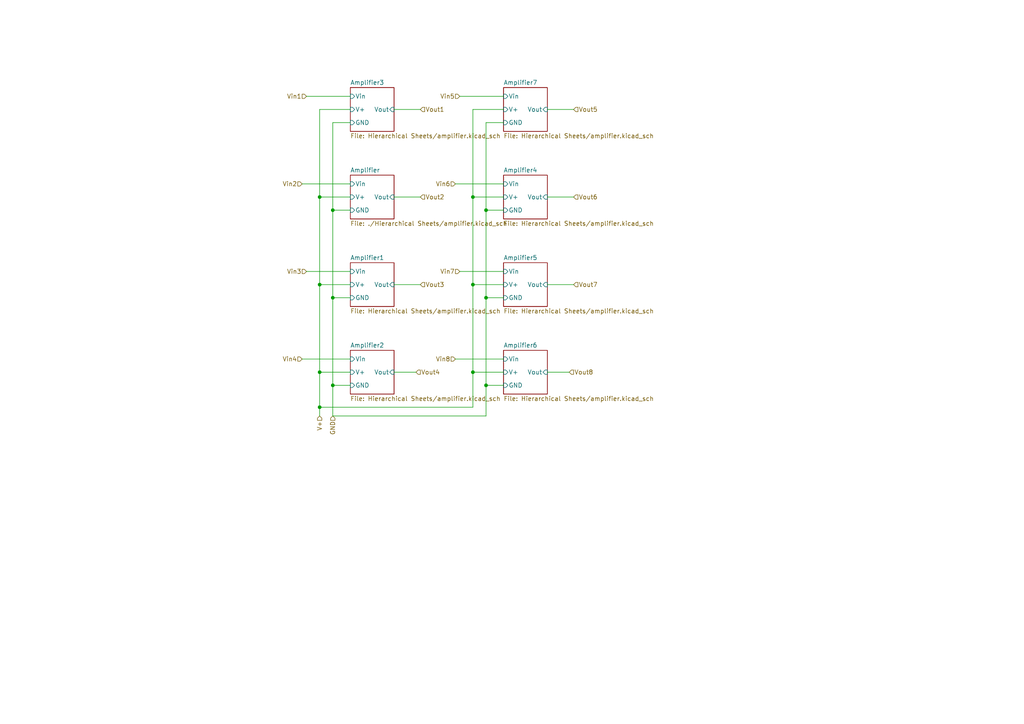
<source format=kicad_sch>
(kicad_sch
	(version 20250114)
	(generator "eeschema")
	(generator_version "9.0")
	(uuid "e48cab61-350f-4d94-9c6d-54fccaf9d27b")
	(paper "A4")
	(lib_symbols)
	(junction
		(at 137.16 107.95)
		(diameter 0)
		(color 0 0 0 0)
		(uuid "1d677c9d-0072-4aba-a3a4-9969cd731220")
	)
	(junction
		(at 96.52 86.36)
		(diameter 0)
		(color 0 0 0 0)
		(uuid "288a07b4-d0c5-4561-b747-e0915a0bc495")
	)
	(junction
		(at 92.71 107.95)
		(diameter 0)
		(color 0 0 0 0)
		(uuid "2d5dc819-b8bb-4f6f-91ae-4ef09606698b")
	)
	(junction
		(at 92.71 118.11)
		(diameter 0)
		(color 0 0 0 0)
		(uuid "3173f16a-f60a-40f0-8448-f4ad4589d8dd")
	)
	(junction
		(at 140.97 60.96)
		(diameter 0)
		(color 0 0 0 0)
		(uuid "5c440df6-c97c-4305-89e9-061395487ef9")
	)
	(junction
		(at 92.71 82.55)
		(diameter 0)
		(color 0 0 0 0)
		(uuid "5cdbec31-7bc6-4501-8a80-f6f7be15d104")
	)
	(junction
		(at 140.97 111.76)
		(diameter 0)
		(color 0 0 0 0)
		(uuid "609d1608-01e5-4ef5-a21a-b71af257352c")
	)
	(junction
		(at 92.71 57.15)
		(diameter 0)
		(color 0 0 0 0)
		(uuid "65ce9a34-765a-48c4-bff2-27bff1ce897c")
	)
	(junction
		(at 140.97 86.36)
		(diameter 0)
		(color 0 0 0 0)
		(uuid "74974c0c-3581-499b-9458-35dda00da609")
	)
	(junction
		(at 96.52 111.76)
		(diameter 0)
		(color 0 0 0 0)
		(uuid "937020f3-35b4-4112-83d4-63ce4df91577")
	)
	(junction
		(at 137.16 82.55)
		(diameter 0)
		(color 0 0 0 0)
		(uuid "bab3fc60-6c4d-4b60-a38b-8ddcc31d0db8")
	)
	(junction
		(at 96.52 60.96)
		(diameter 0)
		(color 0 0 0 0)
		(uuid "c02fe51c-1b55-457d-860d-b4aff7614799")
	)
	(junction
		(at 137.16 57.15)
		(diameter 0)
		(color 0 0 0 0)
		(uuid "f6b14d03-6a2a-4d73-8f44-3ec6e3c25af7")
	)
	(wire
		(pts
			(xy 140.97 86.36) (xy 140.97 111.76)
		)
		(stroke
			(width 0)
			(type default)
		)
		(uuid "00d67e43-1cb4-41fb-96b5-21ce476a8112")
	)
	(wire
		(pts
			(xy 137.16 82.55) (xy 137.16 107.95)
		)
		(stroke
			(width 0)
			(type default)
		)
		(uuid "0942c131-8f3e-4587-990b-8d1da4e52e56")
	)
	(wire
		(pts
			(xy 96.52 86.36) (xy 96.52 111.76)
		)
		(stroke
			(width 0)
			(type default)
		)
		(uuid "12668ff4-5f19-4e86-87bc-ad827c07605c")
	)
	(wire
		(pts
			(xy 132.08 53.34) (xy 146.05 53.34)
		)
		(stroke
			(width 0)
			(type default)
		)
		(uuid "1afccc8d-d9ed-4357-a853-d57f009411e6")
	)
	(wire
		(pts
			(xy 146.05 82.55) (xy 137.16 82.55)
		)
		(stroke
			(width 0)
			(type default)
		)
		(uuid "1bbb17da-115d-4717-adc2-655905c5d10d")
	)
	(wire
		(pts
			(xy 146.05 31.75) (xy 137.16 31.75)
		)
		(stroke
			(width 0)
			(type default)
		)
		(uuid "1e3e3d47-bf99-4e5c-93ad-db815e6fcc85")
	)
	(wire
		(pts
			(xy 101.6 86.36) (xy 96.52 86.36)
		)
		(stroke
			(width 0)
			(type default)
		)
		(uuid "207002af-ea55-4df2-a7fa-161c575c60d1")
	)
	(wire
		(pts
			(xy 133.35 78.74) (xy 146.05 78.74)
		)
		(stroke
			(width 0)
			(type default)
		)
		(uuid "25aa8f2c-35ef-4562-b178-737c106f51c6")
	)
	(wire
		(pts
			(xy 137.16 107.95) (xy 137.16 118.11)
		)
		(stroke
			(width 0)
			(type default)
		)
		(uuid "29fa1acd-1aac-43dd-a42d-05e88574104c")
	)
	(wire
		(pts
			(xy 96.52 111.76) (xy 96.52 120.65)
		)
		(stroke
			(width 0)
			(type default)
		)
		(uuid "347f8078-5001-4a6b-ae0a-631ed89bd3ac")
	)
	(wire
		(pts
			(xy 96.52 120.65) (xy 140.97 120.65)
		)
		(stroke
			(width 0)
			(type default)
		)
		(uuid "39be6c21-9363-4376-abe5-f2d52130154d")
	)
	(wire
		(pts
			(xy 137.16 57.15) (xy 137.16 82.55)
		)
		(stroke
			(width 0)
			(type default)
		)
		(uuid "491f20f8-c712-4ced-81f0-decfbc9d4473")
	)
	(wire
		(pts
			(xy 96.52 35.56) (xy 96.52 60.96)
		)
		(stroke
			(width 0)
			(type default)
		)
		(uuid "4c647ac3-fbc8-48fb-8cc2-61093b5d9b78")
	)
	(wire
		(pts
			(xy 92.71 31.75) (xy 92.71 57.15)
		)
		(stroke
			(width 0)
			(type default)
		)
		(uuid "583114f4-18e3-427b-b24e-806737df977c")
	)
	(wire
		(pts
			(xy 137.16 107.95) (xy 146.05 107.95)
		)
		(stroke
			(width 0)
			(type default)
		)
		(uuid "607ae7db-a610-45b8-a92e-6f04d4a6bf8b")
	)
	(wire
		(pts
			(xy 92.71 118.11) (xy 92.71 120.65)
		)
		(stroke
			(width 0)
			(type default)
		)
		(uuid "6274c498-7086-42f3-af19-2c7e331e47f9")
	)
	(wire
		(pts
			(xy 114.3 57.15) (xy 121.92 57.15)
		)
		(stroke
			(width 0)
			(type default)
		)
		(uuid "636c1df2-6047-450b-8581-9e30b2134367")
	)
	(wire
		(pts
			(xy 101.6 31.75) (xy 92.71 31.75)
		)
		(stroke
			(width 0)
			(type default)
		)
		(uuid "67ec77e3-bda3-4180-af0c-1b51a6ccda1d")
	)
	(wire
		(pts
			(xy 146.05 57.15) (xy 137.16 57.15)
		)
		(stroke
			(width 0)
			(type default)
		)
		(uuid "68500631-4190-4f5a-979c-b3435b411aac")
	)
	(wire
		(pts
			(xy 158.75 57.15) (xy 166.37 57.15)
		)
		(stroke
			(width 0)
			(type default)
		)
		(uuid "6cd876a8-c64f-4501-b046-fbaa42c22ae6")
	)
	(wire
		(pts
			(xy 140.97 60.96) (xy 140.97 86.36)
		)
		(stroke
			(width 0)
			(type default)
		)
		(uuid "6fc23290-4672-4d0c-b202-faa107771e05")
	)
	(wire
		(pts
			(xy 96.52 60.96) (xy 96.52 86.36)
		)
		(stroke
			(width 0)
			(type default)
		)
		(uuid "717e62de-5558-4e8c-af21-08d1b6bf5e36")
	)
	(wire
		(pts
			(xy 132.08 104.14) (xy 146.05 104.14)
		)
		(stroke
			(width 0)
			(type default)
		)
		(uuid "7364ec26-56b7-4e76-86b7-42ae89979184")
	)
	(wire
		(pts
			(xy 87.63 53.34) (xy 101.6 53.34)
		)
		(stroke
			(width 0)
			(type default)
		)
		(uuid "73a7ffd1-91e4-4eee-be54-71cf758274c3")
	)
	(wire
		(pts
			(xy 92.71 107.95) (xy 92.71 118.11)
		)
		(stroke
			(width 0)
			(type default)
		)
		(uuid "7670f095-df72-4e29-aa8d-60bf7abf12a2")
	)
	(wire
		(pts
			(xy 140.97 111.76) (xy 146.05 111.76)
		)
		(stroke
			(width 0)
			(type default)
		)
		(uuid "794a8545-5a05-401c-8344-89f0e9f4b068")
	)
	(wire
		(pts
			(xy 96.52 111.76) (xy 101.6 111.76)
		)
		(stroke
			(width 0)
			(type default)
		)
		(uuid "7e3825d0-1d28-4f97-a9e3-54579ac9bfdd")
	)
	(wire
		(pts
			(xy 114.3 82.55) (xy 121.92 82.55)
		)
		(stroke
			(width 0)
			(type default)
		)
		(uuid "8fc7065d-32ba-457b-8ca3-97d4585b5b7a")
	)
	(wire
		(pts
			(xy 158.75 31.75) (xy 166.37 31.75)
		)
		(stroke
			(width 0)
			(type default)
		)
		(uuid "934f7ddc-5c9a-4205-988c-05e55d81bd48")
	)
	(wire
		(pts
			(xy 137.16 31.75) (xy 137.16 57.15)
		)
		(stroke
			(width 0)
			(type default)
		)
		(uuid "98d173d3-c14e-45e3-9ee6-e39ff4ee4882")
	)
	(wire
		(pts
			(xy 96.52 60.96) (xy 101.6 60.96)
		)
		(stroke
			(width 0)
			(type default)
		)
		(uuid "98f77f0d-e66b-4935-a34d-aa0247eab02f")
	)
	(wire
		(pts
			(xy 137.16 118.11) (xy 92.71 118.11)
		)
		(stroke
			(width 0)
			(type default)
		)
		(uuid "9e84ae25-358f-4986-ad20-2c8a6fab0e6d")
	)
	(wire
		(pts
			(xy 158.75 107.95) (xy 165.1 107.95)
		)
		(stroke
			(width 0)
			(type default)
		)
		(uuid "a200aad3-efb7-4c60-b8cb-7aa1b2216b92")
	)
	(wire
		(pts
			(xy 92.71 82.55) (xy 92.71 107.95)
		)
		(stroke
			(width 0)
			(type default)
		)
		(uuid "a87b09aa-b045-4968-b532-317ac8f0b2be")
	)
	(wire
		(pts
			(xy 92.71 107.95) (xy 101.6 107.95)
		)
		(stroke
			(width 0)
			(type default)
		)
		(uuid "a8ddbbc5-f948-4dbf-8e85-8b0d6452cd07")
	)
	(wire
		(pts
			(xy 92.71 57.15) (xy 92.71 82.55)
		)
		(stroke
			(width 0)
			(type default)
		)
		(uuid "b4402838-e4f8-453a-8f81-0b7703229963")
	)
	(wire
		(pts
			(xy 88.9 27.94) (xy 101.6 27.94)
		)
		(stroke
			(width 0)
			(type default)
		)
		(uuid "b4ebb020-c9bd-4cad-acae-10ced2c5b8a7")
	)
	(wire
		(pts
			(xy 114.3 31.75) (xy 121.92 31.75)
		)
		(stroke
			(width 0)
			(type default)
		)
		(uuid "b82331b2-75bc-4567-9b1f-fdf00e020d72")
	)
	(wire
		(pts
			(xy 101.6 82.55) (xy 92.71 82.55)
		)
		(stroke
			(width 0)
			(type default)
		)
		(uuid "bd4c2861-22f9-4075-85c2-8ccc00274d07")
	)
	(wire
		(pts
			(xy 101.6 35.56) (xy 96.52 35.56)
		)
		(stroke
			(width 0)
			(type default)
		)
		(uuid "c456d894-b9ac-4e4c-b815-ee7648864bb3")
	)
	(wire
		(pts
			(xy 146.05 35.56) (xy 140.97 35.56)
		)
		(stroke
			(width 0)
			(type default)
		)
		(uuid "ce1e3352-3555-4630-bc04-d53bcf93bd43")
	)
	(wire
		(pts
			(xy 133.35 27.94) (xy 146.05 27.94)
		)
		(stroke
			(width 0)
			(type default)
		)
		(uuid "ceaf7e4d-d87e-448f-92ff-eac71f70988b")
	)
	(wire
		(pts
			(xy 158.75 82.55) (xy 166.37 82.55)
		)
		(stroke
			(width 0)
			(type default)
		)
		(uuid "d31dfab9-53e2-4153-ba92-a8171e6579d9")
	)
	(wire
		(pts
			(xy 140.97 35.56) (xy 140.97 60.96)
		)
		(stroke
			(width 0)
			(type default)
		)
		(uuid "df8dde17-b90a-4216-a12e-483f4f4770a5")
	)
	(wire
		(pts
			(xy 140.97 111.76) (xy 140.97 120.65)
		)
		(stroke
			(width 0)
			(type default)
		)
		(uuid "e58392d9-3879-4de7-8b21-00f14e60bd79")
	)
	(wire
		(pts
			(xy 88.9 78.74) (xy 101.6 78.74)
		)
		(stroke
			(width 0)
			(type default)
		)
		(uuid "e898edb5-7336-4547-a9c6-5f0a5e0674f5")
	)
	(wire
		(pts
			(xy 101.6 57.15) (xy 92.71 57.15)
		)
		(stroke
			(width 0)
			(type default)
		)
		(uuid "ed07a01e-8895-4564-9705-036eddb44600")
	)
	(wire
		(pts
			(xy 146.05 86.36) (xy 140.97 86.36)
		)
		(stroke
			(width 0)
			(type default)
		)
		(uuid "ed773429-947b-4a43-a209-0a2423394203")
	)
	(wire
		(pts
			(xy 87.63 104.14) (xy 101.6 104.14)
		)
		(stroke
			(width 0)
			(type default)
		)
		(uuid "efb9b540-bfaf-453e-90d8-fd12f5ae30dd")
	)
	(wire
		(pts
			(xy 140.97 60.96) (xy 146.05 60.96)
		)
		(stroke
			(width 0)
			(type default)
		)
		(uuid "f5acbdc8-8143-46af-a2ac-37407b4c2d1b")
	)
	(wire
		(pts
			(xy 114.3 107.95) (xy 120.65 107.95)
		)
		(stroke
			(width 0)
			(type default)
		)
		(uuid "fbd23c7a-fcf3-4453-9f31-ec24af5d0212")
	)
	(hierarchical_label "Vout7"
		(shape input)
		(at 166.37 82.55 0)
		(effects
			(font
				(size 1.27 1.27)
			)
			(justify left)
		)
		(uuid "1d7001c0-4623-4ed5-a4a5-21214fa1c09e")
	)
	(hierarchical_label "Vout8"
		(shape input)
		(at 165.1 107.95 0)
		(effects
			(font
				(size 1.27 1.27)
			)
			(justify left)
		)
		(uuid "3b720ee5-06d1-41dc-8eef-ace856dc3c06")
	)
	(hierarchical_label "Vout3"
		(shape input)
		(at 121.92 82.55 0)
		(effects
			(font
				(size 1.27 1.27)
			)
			(justify left)
		)
		(uuid "727aac8b-75f4-4e04-ae82-8c61f64c7c08")
	)
	(hierarchical_label "V+"
		(shape input)
		(at 92.71 120.65 270)
		(effects
			(font
				(size 1.27 1.27)
			)
			(justify right)
		)
		(uuid "7a803dcb-a83f-45d2-b802-eb8d37c25ea5")
	)
	(hierarchical_label "Vout5"
		(shape input)
		(at 166.37 31.75 0)
		(effects
			(font
				(size 1.27 1.27)
			)
			(justify left)
		)
		(uuid "82cecd76-652a-418d-99c7-ad9da1cda9e6")
	)
	(hierarchical_label "Vout6"
		(shape input)
		(at 166.37 57.15 0)
		(effects
			(font
				(size 1.27 1.27)
			)
			(justify left)
		)
		(uuid "9c575009-a477-4263-beb7-17f433a184e6")
	)
	(hierarchical_label "Vout4"
		(shape input)
		(at 120.65 107.95 0)
		(effects
			(font
				(size 1.27 1.27)
			)
			(justify left)
		)
		(uuid "a89c7f30-553f-4c42-a0ae-77a7bca5746f")
	)
	(hierarchical_label "Vin5"
		(shape input)
		(at 133.35 27.94 180)
		(effects
			(font
				(size 1.27 1.27)
			)
			(justify right)
		)
		(uuid "b01b78a5-88c7-4ef4-9173-b1844076e2cd")
	)
	(hierarchical_label "Vin6"
		(shape input)
		(at 132.08 53.34 180)
		(effects
			(font
				(size 1.27 1.27)
			)
			(justify right)
		)
		(uuid "b1a0bef6-ce52-4f90-9ce4-d3bf12dd207a")
	)
	(hierarchical_label "Vin1"
		(shape input)
		(at 88.9 27.94 180)
		(effects
			(font
				(size 1.27 1.27)
			)
			(justify right)
		)
		(uuid "ba1e0a18-c9a2-4c49-87f5-fd61f08606c7")
	)
	(hierarchical_label "Vin8"
		(shape input)
		(at 132.08 104.14 180)
		(effects
			(font
				(size 1.27 1.27)
			)
			(justify right)
		)
		(uuid "bb1eaef0-f2b1-4c66-8fb0-3dc13eb09261")
	)
	(hierarchical_label "Vout1"
		(shape input)
		(at 121.92 31.75 0)
		(effects
			(font
				(size 1.27 1.27)
			)
			(justify left)
		)
		(uuid "bdca3c91-ed50-41c8-b836-755639b3c8d0")
	)
	(hierarchical_label "GND"
		(shape input)
		(at 96.52 120.65 270)
		(effects
			(font
				(size 1.27 1.27)
			)
			(justify right)
		)
		(uuid "cfe3ea44-6276-45f3-bb4b-80df627190c7")
	)
	(hierarchical_label "Vin4"
		(shape input)
		(at 87.63 104.14 180)
		(effects
			(font
				(size 1.27 1.27)
			)
			(justify right)
		)
		(uuid "d23da617-5de7-471f-ae73-766865a75872")
	)
	(hierarchical_label "Vout2"
		(shape input)
		(at 121.92 57.15 0)
		(effects
			(font
				(size 1.27 1.27)
			)
			(justify left)
		)
		(uuid "dba18c1d-f8dd-462c-8f76-258bb7c1171f")
	)
	(hierarchical_label "Vin3"
		(shape input)
		(at 88.9 78.74 180)
		(effects
			(font
				(size 1.27 1.27)
			)
			(justify right)
		)
		(uuid "e96a6428-0949-4a80-9ed1-bdafbfad506f")
	)
	(hierarchical_label "Vin7"
		(shape input)
		(at 133.35 78.74 180)
		(effects
			(font
				(size 1.27 1.27)
			)
			(justify right)
		)
		(uuid "f0f575c7-dd95-4431-9cae-f532fdb4b129")
	)
	(hierarchical_label "Vin2"
		(shape input)
		(at 87.63 53.34 180)
		(effects
			(font
				(size 1.27 1.27)
			)
			(justify right)
		)
		(uuid "fa8cfb4c-b82a-4ab5-a647-f38354023903")
	)
	(sheet
		(at 146.05 25.4)
		(size 12.7 12.7)
		(exclude_from_sim no)
		(in_bom yes)
		(on_board yes)
		(dnp no)
		(fields_autoplaced yes)
		(stroke
			(width 0.1524)
			(type solid)
		)
		(fill
			(color 0 0 0 0.0000)
		)
		(uuid "1fd7814c-bf78-4168-8615-5c3b0fc9b0ad")
		(property "Sheetname" "Amplifier7"
			(at 146.05 24.6884 0)
			(effects
				(font
					(size 1.27 1.27)
				)
				(justify left bottom)
			)
		)
		(property "Sheetfile" "Hierarchical Sheets/amplifier.kicad_sch"
			(at 146.05 38.6846 0)
			(effects
				(font
					(size 1.27 1.27)
				)
				(justify left top)
			)
		)
		(pin "GND" input
			(at 146.05 35.56 180)
			(uuid "162e467f-e212-4d68-9944-a370ca45af23")
			(effects
				(font
					(size 1.27 1.27)
				)
				(justify left)
			)
		)
		(pin "V+" input
			(at 146.05 31.75 180)
			(uuid "a0497710-1363-494b-bc18-530d7800073f")
			(effects
				(font
					(size 1.27 1.27)
				)
				(justify left)
			)
		)
		(pin "Vin" input
			(at 146.05 27.94 180)
			(uuid "dbda772b-9254-4bcb-8364-2746c27969b2")
			(effects
				(font
					(size 1.27 1.27)
				)
				(justify left)
			)
		)
		(pin "Vout" input
			(at 158.75 31.75 0)
			(uuid "6b20a270-9cdc-412a-93ba-25295c540d48")
			(effects
				(font
					(size 1.27 1.27)
				)
				(justify right)
			)
		)
		(instances
			(project "Capstone"
				(path "/eb20fb8b-6e33-462b-9505-401dab49dd09/c48a3149-0db5-4f51-8f7c-d62a83337e21"
					(page "11")
				)
			)
		)
	)
	(sheet
		(at 146.05 76.2)
		(size 12.7 12.7)
		(exclude_from_sim no)
		(in_bom yes)
		(on_board yes)
		(dnp no)
		(fields_autoplaced yes)
		(stroke
			(width 0.1524)
			(type solid)
		)
		(fill
			(color 0 0 0 0.0000)
		)
		(uuid "38d387e9-625d-463c-9a0f-4cb3349aa826")
		(property "Sheetname" "Amplifier5"
			(at 146.05 75.4884 0)
			(effects
				(font
					(size 1.27 1.27)
				)
				(justify left bottom)
			)
		)
		(property "Sheetfile" "Hierarchical Sheets/amplifier.kicad_sch"
			(at 146.05 89.4846 0)
			(effects
				(font
					(size 1.27 1.27)
				)
				(justify left top)
			)
		)
		(pin "GND" input
			(at 146.05 86.36 180)
			(uuid "cea512db-cb0d-4e8d-abb3-358501f1f4e8")
			(effects
				(font
					(size 1.27 1.27)
				)
				(justify left)
			)
		)
		(pin "V+" input
			(at 146.05 82.55 180)
			(uuid "991d5687-5299-4d46-b34e-84d1894e83a6")
			(effects
				(font
					(size 1.27 1.27)
				)
				(justify left)
			)
		)
		(pin "Vin" input
			(at 146.05 78.74 180)
			(uuid "b76e9cc7-5604-4cb2-940a-889d29054871")
			(effects
				(font
					(size 1.27 1.27)
				)
				(justify left)
			)
		)
		(pin "Vout" input
			(at 158.75 82.55 0)
			(uuid "4254214b-7707-420b-93be-a15432807859")
			(effects
				(font
					(size 1.27 1.27)
				)
				(justify right)
			)
		)
		(instances
			(project "Capstone"
				(path "/eb20fb8b-6e33-462b-9505-401dab49dd09/c48a3149-0db5-4f51-8f7c-d62a83337e21"
					(page "9")
				)
			)
		)
	)
	(sheet
		(at 146.05 50.8)
		(size 12.7 12.7)
		(exclude_from_sim no)
		(in_bom yes)
		(on_board yes)
		(dnp no)
		(fields_autoplaced yes)
		(stroke
			(width 0.1524)
			(type solid)
		)
		(fill
			(color 0 0 0 0.0000)
		)
		(uuid "55a662ea-90fb-421c-a8a2-023fee80625b")
		(property "Sheetname" "Amplifier4"
			(at 146.05 50.0884 0)
			(effects
				(font
					(size 1.27 1.27)
				)
				(justify left bottom)
			)
		)
		(property "Sheetfile" "Hierarchical Sheets/amplifier.kicad_sch"
			(at 146.05 64.0846 0)
			(effects
				(font
					(size 1.27 1.27)
				)
				(justify left top)
			)
		)
		(pin "GND" input
			(at 146.05 60.96 180)
			(uuid "576e9c14-9e3b-4f0c-ae58-40c04d49144e")
			(effects
				(font
					(size 1.27 1.27)
				)
				(justify left)
			)
		)
		(pin "V+" input
			(at 146.05 57.15 180)
			(uuid "4fe5eb21-99dd-44b5-9d19-84a2cd575b3f")
			(effects
				(font
					(size 1.27 1.27)
				)
				(justify left)
			)
		)
		(pin "Vin" input
			(at 146.05 53.34 180)
			(uuid "e37767bf-f30d-4453-98bf-30cdc6ed4fe8")
			(effects
				(font
					(size 1.27 1.27)
				)
				(justify left)
			)
		)
		(pin "Vout" input
			(at 158.75 57.15 0)
			(uuid "98d02144-963b-457c-a798-983ee4763f8c")
			(effects
				(font
					(size 1.27 1.27)
				)
				(justify right)
			)
		)
		(instances
			(project "Capstone"
				(path "/eb20fb8b-6e33-462b-9505-401dab49dd09/c48a3149-0db5-4f51-8f7c-d62a83337e21"
					(page "8")
				)
			)
		)
	)
	(sheet
		(at 101.6 101.6)
		(size 12.7 12.7)
		(exclude_from_sim no)
		(in_bom yes)
		(on_board yes)
		(dnp no)
		(fields_autoplaced yes)
		(stroke
			(width 0.1524)
			(type solid)
		)
		(fill
			(color 0 0 0 0.0000)
		)
		(uuid "6edbc10b-b01d-4def-ba7e-a909c19f70ca")
		(property "Sheetname" "Amplifier2"
			(at 101.6 100.8884 0)
			(effects
				(font
					(size 1.27 1.27)
				)
				(justify left bottom)
			)
		)
		(property "Sheetfile" "Hierarchical Sheets/amplifier.kicad_sch"
			(at 101.6 114.8846 0)
			(effects
				(font
					(size 1.27 1.27)
				)
				(justify left top)
			)
		)
		(pin "GND" input
			(at 101.6 111.76 180)
			(uuid "189ffe48-be07-4a9b-bf20-cbc1c24f91a1")
			(effects
				(font
					(size 1.27 1.27)
				)
				(justify left)
			)
		)
		(pin "V+" input
			(at 101.6 107.95 180)
			(uuid "c32e5db2-4460-4684-8547-874df0a4cdbd")
			(effects
				(font
					(size 1.27 1.27)
				)
				(justify left)
			)
		)
		(pin "Vin" input
			(at 101.6 104.14 180)
			(uuid "62c0fa8e-abcc-435b-a9a7-a26270aa5162")
			(effects
				(font
					(size 1.27 1.27)
				)
				(justify left)
			)
		)
		(pin "Vout" input
			(at 114.3 107.95 0)
			(uuid "1bf39300-cf6a-4dd7-8343-09884d2fa80d")
			(effects
				(font
					(size 1.27 1.27)
				)
				(justify right)
			)
		)
		(instances
			(project "Capstone"
				(path "/eb20fb8b-6e33-462b-9505-401dab49dd09/c48a3149-0db5-4f51-8f7c-d62a83337e21"
					(page "6")
				)
			)
		)
	)
	(sheet
		(at 101.6 25.4)
		(size 12.7 12.7)
		(exclude_from_sim no)
		(in_bom yes)
		(on_board yes)
		(dnp no)
		(fields_autoplaced yes)
		(stroke
			(width 0.1524)
			(type solid)
		)
		(fill
			(color 0 0 0 0.0000)
		)
		(uuid "72bb2763-076a-4e12-957a-4da986febf3b")
		(property "Sheetname" "Amplifier3"
			(at 101.6 24.6884 0)
			(effects
				(font
					(size 1.27 1.27)
				)
				(justify left bottom)
			)
		)
		(property "Sheetfile" "Hierarchical Sheets/amplifier.kicad_sch"
			(at 101.6 38.6846 0)
			(effects
				(font
					(size 1.27 1.27)
				)
				(justify left top)
			)
		)
		(pin "GND" input
			(at 101.6 35.56 180)
			(uuid "f2bcea26-06fb-4d6f-8aa8-cc16e3e5541e")
			(effects
				(font
					(size 1.27 1.27)
				)
				(justify left)
			)
		)
		(pin "V+" input
			(at 101.6 31.75 180)
			(uuid "6db0e5fd-97f0-4c0b-8981-fe4abb78bea6")
			(effects
				(font
					(size 1.27 1.27)
				)
				(justify left)
			)
		)
		(pin "Vin" input
			(at 101.6 27.94 180)
			(uuid "eef30aab-62b9-4fca-ba4f-8fe183ce0cf0")
			(effects
				(font
					(size 1.27 1.27)
				)
				(justify left)
			)
		)
		(pin "Vout" input
			(at 114.3 31.75 0)
			(uuid "eb65bfee-1473-45e6-aa9b-ad6defb13614")
			(effects
				(font
					(size 1.27 1.27)
				)
				(justify right)
			)
		)
		(instances
			(project "Capstone"
				(path "/eb20fb8b-6e33-462b-9505-401dab49dd09/c48a3149-0db5-4f51-8f7c-d62a83337e21"
					(page "7")
				)
			)
		)
	)
	(sheet
		(at 101.6 76.2)
		(size 12.7 12.7)
		(exclude_from_sim no)
		(in_bom yes)
		(on_board yes)
		(dnp no)
		(fields_autoplaced yes)
		(stroke
			(width 0.1524)
			(type solid)
		)
		(fill
			(color 0 0 0 0.0000)
		)
		(uuid "b051ea0c-81d9-4bc7-8142-5402a0c1e1da")
		(property "Sheetname" "Amplifier1"
			(at 101.6 75.4884 0)
			(effects
				(font
					(size 1.27 1.27)
				)
				(justify left bottom)
			)
		)
		(property "Sheetfile" "Hierarchical Sheets/amplifier.kicad_sch"
			(at 101.6 89.4846 0)
			(effects
				(font
					(size 1.27 1.27)
				)
				(justify left top)
			)
		)
		(pin "GND" input
			(at 101.6 86.36 180)
			(uuid "aa20c771-0ddf-4af3-b828-e6fa84b4c7c3")
			(effects
				(font
					(size 1.27 1.27)
				)
				(justify left)
			)
		)
		(pin "V+" input
			(at 101.6 82.55 180)
			(uuid "ce8aa74b-e280-44ec-b7de-f41361f5d27a")
			(effects
				(font
					(size 1.27 1.27)
				)
				(justify left)
			)
		)
		(pin "Vin" input
			(at 101.6 78.74 180)
			(uuid "d13b6157-5acc-4931-bf8c-abd0a747849b")
			(effects
				(font
					(size 1.27 1.27)
				)
				(justify left)
			)
		)
		(pin "Vout" input
			(at 114.3 82.55 0)
			(uuid "2fabb76d-b810-4663-9088-dc8ffd8fb1a5")
			(effects
				(font
					(size 1.27 1.27)
				)
				(justify right)
			)
		)
		(instances
			(project "Capstone"
				(path "/eb20fb8b-6e33-462b-9505-401dab49dd09/c48a3149-0db5-4f51-8f7c-d62a83337e21"
					(page "5")
				)
			)
		)
	)
	(sheet
		(at 101.6 50.8)
		(size 12.7 12.7)
		(exclude_from_sim no)
		(in_bom yes)
		(on_board yes)
		(dnp no)
		(fields_autoplaced yes)
		(stroke
			(width 0.1524)
			(type solid)
		)
		(fill
			(color 0 0 0 0.0000)
		)
		(uuid "b9769e2e-c022-46e5-9c9b-4415c0eab55d")
		(property "Sheetname" "Amplifier"
			(at 101.6 50.0884 0)
			(effects
				(font
					(size 1.27 1.27)
				)
				(justify left bottom)
			)
		)
		(property "Sheetfile" "./Hierarchical Sheets/amplifier.kicad_sch"
			(at 101.6 64.0846 0)
			(effects
				(font
					(size 1.27 1.27)
				)
				(justify left top)
			)
		)
		(pin "GND" input
			(at 101.6 60.96 180)
			(uuid "57a0f48c-5c88-45c7-9540-3384900540d2")
			(effects
				(font
					(size 1.27 1.27)
				)
				(justify left)
			)
		)
		(pin "V+" input
			(at 101.6 57.15 180)
			(uuid "62a41aeb-db42-4f5e-94e6-64a3aeec77e1")
			(effects
				(font
					(size 1.27 1.27)
				)
				(justify left)
			)
		)
		(pin "Vin" input
			(at 101.6 53.34 180)
			(uuid "a95ccc9a-08ff-4a3a-a2dc-e56195fa5151")
			(effects
				(font
					(size 1.27 1.27)
				)
				(justify left)
			)
		)
		(pin "Vout" input
			(at 114.3 57.15 0)
			(uuid "53de3fec-a32a-462b-b5b3-b462ca41cb29")
			(effects
				(font
					(size 1.27 1.27)
				)
				(justify right)
			)
		)
		(instances
			(project "Capstone"
				(path "/eb20fb8b-6e33-462b-9505-401dab49dd09/c48a3149-0db5-4f51-8f7c-d62a83337e21"
					(page "3")
				)
			)
		)
	)
	(sheet
		(at 146.05 101.6)
		(size 12.7 12.7)
		(exclude_from_sim no)
		(in_bom yes)
		(on_board yes)
		(dnp no)
		(fields_autoplaced yes)
		(stroke
			(width 0.1524)
			(type solid)
		)
		(fill
			(color 0 0 0 0.0000)
		)
		(uuid "daf83055-0ab7-48b9-a756-ec73eea06236")
		(property "Sheetname" "Amplifier6"
			(at 146.05 100.8884 0)
			(effects
				(font
					(size 1.27 1.27)
				)
				(justify left bottom)
			)
		)
		(property "Sheetfile" "Hierarchical Sheets/amplifier.kicad_sch"
			(at 146.05 114.8846 0)
			(effects
				(font
					(size 1.27 1.27)
				)
				(justify left top)
			)
		)
		(pin "GND" input
			(at 146.05 111.76 180)
			(uuid "195b13ac-9193-4bcd-a722-2b46b15e0cde")
			(effects
				(font
					(size 1.27 1.27)
				)
				(justify left)
			)
		)
		(pin "V+" input
			(at 146.05 107.95 180)
			(uuid "2afb2bfe-fdaf-448a-a50d-c910905b4839")
			(effects
				(font
					(size 1.27 1.27)
				)
				(justify left)
			)
		)
		(pin "Vin" input
			(at 146.05 104.14 180)
			(uuid "015e6b8e-3b3a-4f8d-9acd-4a743e83d70a")
			(effects
				(font
					(size 1.27 1.27)
				)
				(justify left)
			)
		)
		(pin "Vout" input
			(at 158.75 107.95 0)
			(uuid "36c63fd5-ecc6-4278-839a-e1b67cb2e667")
			(effects
				(font
					(size 1.27 1.27)
				)
				(justify right)
			)
		)
		(instances
			(project "Capstone"
				(path "/eb20fb8b-6e33-462b-9505-401dab49dd09/c48a3149-0db5-4f51-8f7c-d62a83337e21"
					(page "10")
				)
			)
		)
	)
)

</source>
